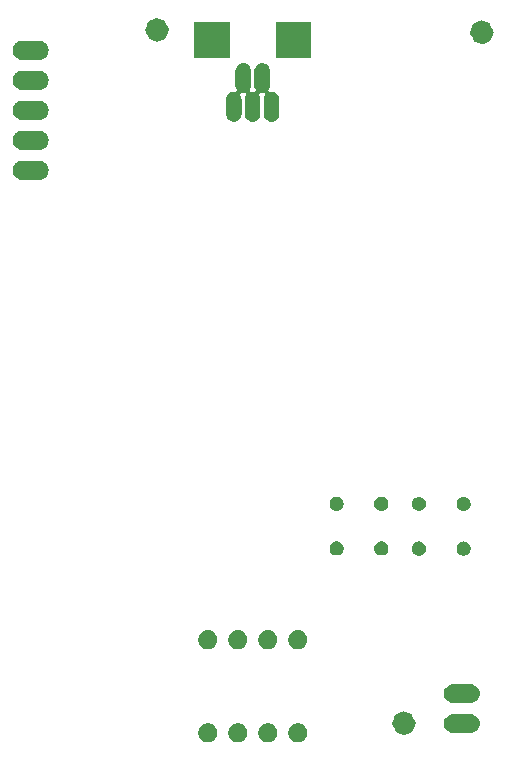
<source format=gbr>
G04 #@! TF.GenerationSoftware,KiCad,Pcbnew,(5.1.6)-1*
G04 #@! TF.CreationDate,2021-03-08T10:10:15+01:00*
G04 #@! TF.ProjectId,P_sensor v10.0,505f7365-6e73-46f7-9220-7631302e302e,rev?*
G04 #@! TF.SameCoordinates,Original*
G04 #@! TF.FileFunction,Soldermask,Bot*
G04 #@! TF.FilePolarity,Negative*
%FSLAX46Y46*%
G04 Gerber Fmt 4.6, Leading zero omitted, Abs format (unit mm)*
G04 Created by KiCad (PCBNEW (5.1.6)-1) date 2021-03-08 10:10:15*
%MOMM*%
%LPD*%
G01*
G04 APERTURE LIST*
%ADD10C,1.000000*%
%ADD11C,0.100000*%
G04 APERTURE END LIST*
D10*
X185601100Y-103103600D02*
G75*
G03*
X185601100Y-103103600I-500000J0D01*
G01*
X164701100Y-44403600D02*
G75*
G03*
X164701100Y-44403600I-500000J0D01*
G01*
X192201100Y-44603600D02*
G75*
G03*
X192201100Y-44603600I-500000J0D01*
G01*
D11*
G36*
X171209173Y-103108910D02*
G01*
X171287444Y-103124479D01*
X171348522Y-103149778D01*
X171434900Y-103185557D01*
X171434901Y-103185558D01*
X171567610Y-103274231D01*
X171680469Y-103387090D01*
X171680470Y-103387092D01*
X171769143Y-103519800D01*
X171830221Y-103667257D01*
X171861359Y-103823796D01*
X171861359Y-103983404D01*
X171830221Y-104139943D01*
X171769143Y-104287400D01*
X171769142Y-104287401D01*
X171680469Y-104420110D01*
X171567610Y-104532969D01*
X171500804Y-104577607D01*
X171434900Y-104621643D01*
X171348522Y-104657422D01*
X171287444Y-104682721D01*
X171209173Y-104698290D01*
X171130904Y-104713859D01*
X170971296Y-104713859D01*
X170814756Y-104682721D01*
X170753678Y-104657422D01*
X170667300Y-104621643D01*
X170601396Y-104577607D01*
X170534590Y-104532969D01*
X170421731Y-104420110D01*
X170333058Y-104287401D01*
X170333057Y-104287400D01*
X170271979Y-104139943D01*
X170240841Y-103983404D01*
X170240841Y-103823796D01*
X170271979Y-103667257D01*
X170333057Y-103519800D01*
X170421730Y-103387092D01*
X170421731Y-103387090D01*
X170534590Y-103274231D01*
X170667299Y-103185558D01*
X170667300Y-103185557D01*
X170753678Y-103149778D01*
X170814756Y-103124479D01*
X170893027Y-103108910D01*
X170971296Y-103093341D01*
X171130904Y-103093341D01*
X171209173Y-103108910D01*
G37*
G36*
X173749173Y-103108910D02*
G01*
X173827444Y-103124479D01*
X173888522Y-103149778D01*
X173974900Y-103185557D01*
X173974901Y-103185558D01*
X174107610Y-103274231D01*
X174220469Y-103387090D01*
X174220470Y-103387092D01*
X174309143Y-103519800D01*
X174370221Y-103667257D01*
X174401359Y-103823796D01*
X174401359Y-103983404D01*
X174370221Y-104139943D01*
X174309143Y-104287400D01*
X174309142Y-104287401D01*
X174220469Y-104420110D01*
X174107610Y-104532969D01*
X174040804Y-104577607D01*
X173974900Y-104621643D01*
X173888522Y-104657422D01*
X173827444Y-104682721D01*
X173749173Y-104698290D01*
X173670904Y-104713859D01*
X173511296Y-104713859D01*
X173354756Y-104682721D01*
X173293678Y-104657422D01*
X173207300Y-104621643D01*
X173141396Y-104577607D01*
X173074590Y-104532969D01*
X172961731Y-104420110D01*
X172873058Y-104287401D01*
X172873057Y-104287400D01*
X172811979Y-104139943D01*
X172780841Y-103983404D01*
X172780841Y-103823796D01*
X172811979Y-103667257D01*
X172873057Y-103519800D01*
X172961730Y-103387092D01*
X172961731Y-103387090D01*
X173074590Y-103274231D01*
X173207299Y-103185558D01*
X173207300Y-103185557D01*
X173293678Y-103149778D01*
X173354756Y-103124479D01*
X173433027Y-103108910D01*
X173511296Y-103093341D01*
X173670904Y-103093341D01*
X173749173Y-103108910D01*
G37*
G36*
X176289173Y-103108910D02*
G01*
X176367444Y-103124479D01*
X176428522Y-103149778D01*
X176514900Y-103185557D01*
X176514901Y-103185558D01*
X176647610Y-103274231D01*
X176760469Y-103387090D01*
X176760470Y-103387092D01*
X176849143Y-103519800D01*
X176910221Y-103667257D01*
X176941359Y-103823796D01*
X176941359Y-103983404D01*
X176910221Y-104139943D01*
X176849143Y-104287400D01*
X176849142Y-104287401D01*
X176760469Y-104420110D01*
X176647610Y-104532969D01*
X176580804Y-104577607D01*
X176514900Y-104621643D01*
X176428522Y-104657422D01*
X176367444Y-104682721D01*
X176289173Y-104698290D01*
X176210904Y-104713859D01*
X176051296Y-104713859D01*
X175894756Y-104682721D01*
X175833678Y-104657422D01*
X175747300Y-104621643D01*
X175681396Y-104577607D01*
X175614590Y-104532969D01*
X175501731Y-104420110D01*
X175413058Y-104287401D01*
X175413057Y-104287400D01*
X175351979Y-104139943D01*
X175320841Y-103983404D01*
X175320841Y-103823796D01*
X175351979Y-103667257D01*
X175413057Y-103519800D01*
X175501730Y-103387092D01*
X175501731Y-103387090D01*
X175614590Y-103274231D01*
X175747299Y-103185558D01*
X175747300Y-103185557D01*
X175833678Y-103149778D01*
X175894756Y-103124479D01*
X175973027Y-103108910D01*
X176051296Y-103093341D01*
X176210904Y-103093341D01*
X176289173Y-103108910D01*
G37*
G36*
X168669173Y-103108910D02*
G01*
X168747444Y-103124479D01*
X168808522Y-103149778D01*
X168894900Y-103185557D01*
X168894901Y-103185558D01*
X169027610Y-103274231D01*
X169140469Y-103387090D01*
X169140470Y-103387092D01*
X169229143Y-103519800D01*
X169290221Y-103667257D01*
X169321359Y-103823796D01*
X169321359Y-103983404D01*
X169290221Y-104139943D01*
X169229143Y-104287400D01*
X169229142Y-104287401D01*
X169140469Y-104420110D01*
X169027610Y-104532969D01*
X168960804Y-104577607D01*
X168894900Y-104621643D01*
X168808522Y-104657422D01*
X168747444Y-104682721D01*
X168669173Y-104698290D01*
X168590904Y-104713859D01*
X168431296Y-104713859D01*
X168274756Y-104682721D01*
X168213678Y-104657422D01*
X168127300Y-104621643D01*
X168061396Y-104577607D01*
X167994590Y-104532969D01*
X167881731Y-104420110D01*
X167793058Y-104287401D01*
X167793057Y-104287400D01*
X167731979Y-104139943D01*
X167700841Y-103983404D01*
X167700841Y-103823796D01*
X167731979Y-103667257D01*
X167793057Y-103519800D01*
X167881730Y-103387092D01*
X167881731Y-103387090D01*
X167994590Y-103274231D01*
X168127299Y-103185558D01*
X168127300Y-103185557D01*
X168213678Y-103149778D01*
X168274756Y-103124479D01*
X168353027Y-103108910D01*
X168431296Y-103093341D01*
X168590904Y-103093341D01*
X168669173Y-103108910D01*
G37*
G36*
X190868597Y-102325065D02*
G01*
X191021332Y-102371397D01*
X191162093Y-102446635D01*
X191194232Y-102473011D01*
X191285471Y-102547888D01*
X191360348Y-102639127D01*
X191386724Y-102671266D01*
X191461962Y-102812027D01*
X191508294Y-102964762D01*
X191523938Y-103123600D01*
X191508294Y-103282438D01*
X191461962Y-103435173D01*
X191386724Y-103575934D01*
X191360348Y-103608073D01*
X191285471Y-103699312D01*
X191194232Y-103774189D01*
X191162093Y-103800565D01*
X191021332Y-103875803D01*
X190868597Y-103922135D01*
X190809078Y-103927997D01*
X190749561Y-103933859D01*
X189252639Y-103933859D01*
X189133603Y-103922135D01*
X188980868Y-103875803D01*
X188840107Y-103800565D01*
X188807968Y-103774189D01*
X188716729Y-103699312D01*
X188641852Y-103608073D01*
X188615476Y-103575934D01*
X188540238Y-103435173D01*
X188493906Y-103282438D01*
X188478262Y-103123600D01*
X188493906Y-102964762D01*
X188540238Y-102812027D01*
X188615476Y-102671266D01*
X188641852Y-102639127D01*
X188716729Y-102547888D01*
X188807968Y-102473011D01*
X188840107Y-102446635D01*
X188980868Y-102371397D01*
X189133603Y-102325065D01*
X189252639Y-102313341D01*
X190749561Y-102313341D01*
X190868597Y-102325065D01*
G37*
G36*
X190809078Y-99779203D02*
G01*
X190868597Y-99785065D01*
X191021332Y-99831397D01*
X191162093Y-99906635D01*
X191194232Y-99933011D01*
X191285471Y-100007888D01*
X191360348Y-100099127D01*
X191386724Y-100131266D01*
X191461962Y-100272027D01*
X191508294Y-100424762D01*
X191523938Y-100583600D01*
X191508294Y-100742438D01*
X191461962Y-100895173D01*
X191386724Y-101035934D01*
X191360348Y-101068073D01*
X191285471Y-101159312D01*
X191194232Y-101234189D01*
X191162093Y-101260565D01*
X191021332Y-101335803D01*
X190868597Y-101382135D01*
X190809078Y-101387997D01*
X190749561Y-101393859D01*
X189252639Y-101393859D01*
X189193122Y-101387997D01*
X189133603Y-101382135D01*
X188980868Y-101335803D01*
X188840107Y-101260565D01*
X188807968Y-101234189D01*
X188716729Y-101159312D01*
X188641852Y-101068073D01*
X188615476Y-101035934D01*
X188540238Y-100895173D01*
X188493906Y-100742438D01*
X188478262Y-100583600D01*
X188493906Y-100424762D01*
X188540238Y-100272027D01*
X188615476Y-100131266D01*
X188641852Y-100099127D01*
X188716729Y-100007888D01*
X188807968Y-99933011D01*
X188840107Y-99906635D01*
X188980868Y-99831397D01*
X189133603Y-99785065D01*
X189252639Y-99773341D01*
X190749561Y-99773341D01*
X190809078Y-99779203D01*
G37*
G36*
X168747444Y-95244479D02*
G01*
X168808522Y-95269778D01*
X168894900Y-95305557D01*
X168894901Y-95305558D01*
X169027610Y-95394231D01*
X169140469Y-95507090D01*
X169140470Y-95507092D01*
X169229143Y-95639800D01*
X169290221Y-95787257D01*
X169321359Y-95943796D01*
X169321359Y-96103404D01*
X169290221Y-96259943D01*
X169229143Y-96407400D01*
X169229142Y-96407401D01*
X169140469Y-96540110D01*
X169027610Y-96652969D01*
X168960804Y-96697607D01*
X168894900Y-96741643D01*
X168808522Y-96777422D01*
X168747444Y-96802721D01*
X168669173Y-96818290D01*
X168590904Y-96833859D01*
X168431296Y-96833859D01*
X168353027Y-96818290D01*
X168274756Y-96802721D01*
X168213678Y-96777422D01*
X168127300Y-96741643D01*
X168061396Y-96697607D01*
X167994590Y-96652969D01*
X167881731Y-96540110D01*
X167793058Y-96407401D01*
X167793057Y-96407400D01*
X167731979Y-96259943D01*
X167700841Y-96103404D01*
X167700841Y-95943796D01*
X167731979Y-95787257D01*
X167793057Y-95639800D01*
X167881730Y-95507092D01*
X167881731Y-95507090D01*
X167994590Y-95394231D01*
X168127299Y-95305558D01*
X168127300Y-95305557D01*
X168213678Y-95269778D01*
X168274756Y-95244479D01*
X168431296Y-95213341D01*
X168590904Y-95213341D01*
X168747444Y-95244479D01*
G37*
G36*
X171287444Y-95244479D02*
G01*
X171348522Y-95269778D01*
X171434900Y-95305557D01*
X171434901Y-95305558D01*
X171567610Y-95394231D01*
X171680469Y-95507090D01*
X171680470Y-95507092D01*
X171769143Y-95639800D01*
X171830221Y-95787257D01*
X171861359Y-95943796D01*
X171861359Y-96103404D01*
X171830221Y-96259943D01*
X171769143Y-96407400D01*
X171769142Y-96407401D01*
X171680469Y-96540110D01*
X171567610Y-96652969D01*
X171500804Y-96697607D01*
X171434900Y-96741643D01*
X171348522Y-96777422D01*
X171287444Y-96802721D01*
X171209173Y-96818290D01*
X171130904Y-96833859D01*
X170971296Y-96833859D01*
X170893027Y-96818290D01*
X170814756Y-96802721D01*
X170753678Y-96777422D01*
X170667300Y-96741643D01*
X170601396Y-96697607D01*
X170534590Y-96652969D01*
X170421731Y-96540110D01*
X170333058Y-96407401D01*
X170333057Y-96407400D01*
X170271979Y-96259943D01*
X170240841Y-96103404D01*
X170240841Y-95943796D01*
X170271979Y-95787257D01*
X170333057Y-95639800D01*
X170421730Y-95507092D01*
X170421731Y-95507090D01*
X170534590Y-95394231D01*
X170667299Y-95305558D01*
X170667300Y-95305557D01*
X170753678Y-95269778D01*
X170814756Y-95244479D01*
X170971296Y-95213341D01*
X171130904Y-95213341D01*
X171287444Y-95244479D01*
G37*
G36*
X173827444Y-95244479D02*
G01*
X173888522Y-95269778D01*
X173974900Y-95305557D01*
X173974901Y-95305558D01*
X174107610Y-95394231D01*
X174220469Y-95507090D01*
X174220470Y-95507092D01*
X174309143Y-95639800D01*
X174370221Y-95787257D01*
X174401359Y-95943796D01*
X174401359Y-96103404D01*
X174370221Y-96259943D01*
X174309143Y-96407400D01*
X174309142Y-96407401D01*
X174220469Y-96540110D01*
X174107610Y-96652969D01*
X174040804Y-96697607D01*
X173974900Y-96741643D01*
X173888522Y-96777422D01*
X173827444Y-96802721D01*
X173749173Y-96818290D01*
X173670904Y-96833859D01*
X173511296Y-96833859D01*
X173433027Y-96818290D01*
X173354756Y-96802721D01*
X173293678Y-96777422D01*
X173207300Y-96741643D01*
X173141396Y-96697607D01*
X173074590Y-96652969D01*
X172961731Y-96540110D01*
X172873058Y-96407401D01*
X172873057Y-96407400D01*
X172811979Y-96259943D01*
X172780841Y-96103404D01*
X172780841Y-95943796D01*
X172811979Y-95787257D01*
X172873057Y-95639800D01*
X172961730Y-95507092D01*
X172961731Y-95507090D01*
X173074590Y-95394231D01*
X173207299Y-95305558D01*
X173207300Y-95305557D01*
X173293678Y-95269778D01*
X173354756Y-95244479D01*
X173511296Y-95213341D01*
X173670904Y-95213341D01*
X173827444Y-95244479D01*
G37*
G36*
X176367444Y-95244479D02*
G01*
X176428522Y-95269778D01*
X176514900Y-95305557D01*
X176514901Y-95305558D01*
X176647610Y-95394231D01*
X176760469Y-95507090D01*
X176760470Y-95507092D01*
X176849143Y-95639800D01*
X176910221Y-95787257D01*
X176941359Y-95943796D01*
X176941359Y-96103404D01*
X176910221Y-96259943D01*
X176849143Y-96407400D01*
X176849142Y-96407401D01*
X176760469Y-96540110D01*
X176647610Y-96652969D01*
X176580804Y-96697607D01*
X176514900Y-96741643D01*
X176428522Y-96777422D01*
X176367444Y-96802721D01*
X176289173Y-96818290D01*
X176210904Y-96833859D01*
X176051296Y-96833859D01*
X175973027Y-96818290D01*
X175894756Y-96802721D01*
X175833678Y-96777422D01*
X175747300Y-96741643D01*
X175681396Y-96697607D01*
X175614590Y-96652969D01*
X175501731Y-96540110D01*
X175413058Y-96407401D01*
X175413057Y-96407400D01*
X175351979Y-96259943D01*
X175320841Y-96103404D01*
X175320841Y-95943796D01*
X175351979Y-95787257D01*
X175413057Y-95639800D01*
X175501730Y-95507092D01*
X175501731Y-95507090D01*
X175614590Y-95394231D01*
X175747299Y-95305558D01*
X175747300Y-95305557D01*
X175833678Y-95269778D01*
X175894756Y-95244479D01*
X176051296Y-95213341D01*
X176210904Y-95213341D01*
X176367444Y-95244479D01*
G37*
G36*
X190297701Y-87717997D02*
G01*
X190336405Y-87725696D01*
X190368440Y-87738965D01*
X190445780Y-87771000D01*
X190544215Y-87836773D01*
X190627927Y-87920485D01*
X190693700Y-88018920D01*
X190739004Y-88128296D01*
X190762100Y-88244405D01*
X190762100Y-88362795D01*
X190739004Y-88478904D01*
X190693700Y-88588280D01*
X190627927Y-88686715D01*
X190544215Y-88770427D01*
X190445780Y-88836200D01*
X190368440Y-88868235D01*
X190336405Y-88881504D01*
X190297701Y-88889203D01*
X190220295Y-88904600D01*
X190101905Y-88904600D01*
X190024499Y-88889203D01*
X189985795Y-88881504D01*
X189953760Y-88868235D01*
X189876420Y-88836200D01*
X189777985Y-88770427D01*
X189694273Y-88686715D01*
X189628500Y-88588280D01*
X189583196Y-88478904D01*
X189560100Y-88362795D01*
X189560100Y-88244405D01*
X189583196Y-88128296D01*
X189628500Y-88018920D01*
X189694273Y-87920485D01*
X189777985Y-87836773D01*
X189876420Y-87771000D01*
X189953760Y-87738965D01*
X189985795Y-87725696D01*
X190024499Y-87717997D01*
X190101905Y-87702600D01*
X190220295Y-87702600D01*
X190297701Y-87717997D01*
G37*
G36*
X186517701Y-87717997D02*
G01*
X186556405Y-87725696D01*
X186588440Y-87738965D01*
X186665780Y-87771000D01*
X186764215Y-87836773D01*
X186847927Y-87920485D01*
X186913700Y-88018920D01*
X186959004Y-88128296D01*
X186982100Y-88244405D01*
X186982100Y-88362795D01*
X186959004Y-88478904D01*
X186913700Y-88588280D01*
X186847927Y-88686715D01*
X186764215Y-88770427D01*
X186665780Y-88836200D01*
X186588440Y-88868235D01*
X186556405Y-88881504D01*
X186517701Y-88889203D01*
X186440295Y-88904600D01*
X186321905Y-88904600D01*
X186244499Y-88889203D01*
X186205795Y-88881504D01*
X186173760Y-88868235D01*
X186096420Y-88836200D01*
X185997985Y-88770427D01*
X185914273Y-88686715D01*
X185848500Y-88588280D01*
X185803196Y-88478904D01*
X185780100Y-88362795D01*
X185780100Y-88244405D01*
X185803196Y-88128296D01*
X185848500Y-88018920D01*
X185914273Y-87920485D01*
X185997985Y-87836773D01*
X186096420Y-87771000D01*
X186173760Y-87738965D01*
X186205795Y-87725696D01*
X186244499Y-87717997D01*
X186321905Y-87702600D01*
X186440295Y-87702600D01*
X186517701Y-87717997D01*
G37*
G36*
X183300567Y-87702600D02*
G01*
X183366405Y-87715696D01*
X183390547Y-87725696D01*
X183475780Y-87761000D01*
X183574215Y-87826773D01*
X183657927Y-87910485D01*
X183723700Y-88008920D01*
X183769004Y-88118296D01*
X183792100Y-88234405D01*
X183792100Y-88352795D01*
X183769004Y-88468904D01*
X183723700Y-88578280D01*
X183657927Y-88676715D01*
X183574215Y-88760427D01*
X183475780Y-88826200D01*
X183398440Y-88858235D01*
X183366405Y-88871504D01*
X183327701Y-88879203D01*
X183250295Y-88894600D01*
X183131905Y-88894600D01*
X183054499Y-88879203D01*
X183015795Y-88871504D01*
X182983760Y-88858235D01*
X182906420Y-88826200D01*
X182807985Y-88760427D01*
X182724273Y-88676715D01*
X182658500Y-88578280D01*
X182613196Y-88468904D01*
X182590100Y-88352795D01*
X182590100Y-88234405D01*
X182613196Y-88118296D01*
X182658500Y-88008920D01*
X182724273Y-87910485D01*
X182807985Y-87826773D01*
X182906420Y-87761000D01*
X182991653Y-87725696D01*
X183015795Y-87715696D01*
X183081633Y-87702600D01*
X183131905Y-87692600D01*
X183250295Y-87692600D01*
X183300567Y-87702600D01*
G37*
G36*
X179520567Y-87702600D02*
G01*
X179586405Y-87715696D01*
X179610547Y-87725696D01*
X179695780Y-87761000D01*
X179794215Y-87826773D01*
X179877927Y-87910485D01*
X179943700Y-88008920D01*
X179989004Y-88118296D01*
X180012100Y-88234405D01*
X180012100Y-88352795D01*
X179989004Y-88468904D01*
X179943700Y-88578280D01*
X179877927Y-88676715D01*
X179794215Y-88760427D01*
X179695780Y-88826200D01*
X179618440Y-88858235D01*
X179586405Y-88871504D01*
X179547701Y-88879203D01*
X179470295Y-88894600D01*
X179351905Y-88894600D01*
X179274499Y-88879203D01*
X179235795Y-88871504D01*
X179203760Y-88858235D01*
X179126420Y-88826200D01*
X179027985Y-88760427D01*
X178944273Y-88676715D01*
X178878500Y-88578280D01*
X178833196Y-88468904D01*
X178810100Y-88352795D01*
X178810100Y-88234405D01*
X178833196Y-88118296D01*
X178878500Y-88008920D01*
X178944273Y-87910485D01*
X179027985Y-87826773D01*
X179126420Y-87761000D01*
X179211653Y-87725696D01*
X179235795Y-87715696D01*
X179301633Y-87702600D01*
X179351905Y-87692600D01*
X179470295Y-87692600D01*
X179520567Y-87702600D01*
G37*
G36*
X190297701Y-83937997D02*
G01*
X190336405Y-83945696D01*
X190368440Y-83958965D01*
X190445780Y-83991000D01*
X190544215Y-84056773D01*
X190627927Y-84140485D01*
X190693700Y-84238920D01*
X190739004Y-84348296D01*
X190762100Y-84464405D01*
X190762100Y-84582795D01*
X190739004Y-84698904D01*
X190693700Y-84808280D01*
X190627927Y-84906715D01*
X190544215Y-84990427D01*
X190445780Y-85056200D01*
X190368440Y-85088235D01*
X190336405Y-85101504D01*
X190297701Y-85109203D01*
X190220295Y-85124600D01*
X190101905Y-85124600D01*
X190024499Y-85109203D01*
X189985795Y-85101504D01*
X189953760Y-85088235D01*
X189876420Y-85056200D01*
X189777985Y-84990427D01*
X189694273Y-84906715D01*
X189628500Y-84808280D01*
X189583196Y-84698904D01*
X189560100Y-84582795D01*
X189560100Y-84464405D01*
X189583196Y-84348296D01*
X189628500Y-84238920D01*
X189694273Y-84140485D01*
X189777985Y-84056773D01*
X189876420Y-83991000D01*
X189953760Y-83958965D01*
X189985795Y-83945696D01*
X190024499Y-83937997D01*
X190101905Y-83922600D01*
X190220295Y-83922600D01*
X190297701Y-83937997D01*
G37*
G36*
X186517701Y-83937997D02*
G01*
X186556405Y-83945696D01*
X186588440Y-83958965D01*
X186665780Y-83991000D01*
X186764215Y-84056773D01*
X186847927Y-84140485D01*
X186913700Y-84238920D01*
X186959004Y-84348296D01*
X186982100Y-84464405D01*
X186982100Y-84582795D01*
X186959004Y-84698904D01*
X186913700Y-84808280D01*
X186847927Y-84906715D01*
X186764215Y-84990427D01*
X186665780Y-85056200D01*
X186588440Y-85088235D01*
X186556405Y-85101504D01*
X186517701Y-85109203D01*
X186440295Y-85124600D01*
X186321905Y-85124600D01*
X186244499Y-85109203D01*
X186205795Y-85101504D01*
X186173760Y-85088235D01*
X186096420Y-85056200D01*
X185997985Y-84990427D01*
X185914273Y-84906715D01*
X185848500Y-84808280D01*
X185803196Y-84698904D01*
X185780100Y-84582795D01*
X185780100Y-84464405D01*
X185803196Y-84348296D01*
X185848500Y-84238920D01*
X185914273Y-84140485D01*
X185997985Y-84056773D01*
X186096420Y-83991000D01*
X186173760Y-83958965D01*
X186205795Y-83945696D01*
X186244499Y-83937997D01*
X186321905Y-83922600D01*
X186440295Y-83922600D01*
X186517701Y-83937997D01*
G37*
G36*
X179520567Y-83922600D02*
G01*
X179586405Y-83935696D01*
X179610547Y-83945696D01*
X179695780Y-83981000D01*
X179794215Y-84046773D01*
X179877927Y-84130485D01*
X179943700Y-84228920D01*
X179989004Y-84338296D01*
X180012100Y-84454405D01*
X180012100Y-84572795D01*
X179989004Y-84688904D01*
X179943700Y-84798280D01*
X179877927Y-84896715D01*
X179794215Y-84980427D01*
X179695780Y-85046200D01*
X179618440Y-85078235D01*
X179586405Y-85091504D01*
X179547701Y-85099203D01*
X179470295Y-85114600D01*
X179351905Y-85114600D01*
X179274499Y-85099203D01*
X179235795Y-85091504D01*
X179203760Y-85078235D01*
X179126420Y-85046200D01*
X179027985Y-84980427D01*
X178944273Y-84896715D01*
X178878500Y-84798280D01*
X178833196Y-84688904D01*
X178810100Y-84572795D01*
X178810100Y-84454405D01*
X178833196Y-84338296D01*
X178878500Y-84228920D01*
X178944273Y-84130485D01*
X179027985Y-84046773D01*
X179126420Y-83981000D01*
X179211653Y-83945696D01*
X179235795Y-83935696D01*
X179301633Y-83922600D01*
X179351905Y-83912600D01*
X179470295Y-83912600D01*
X179520567Y-83922600D01*
G37*
G36*
X183300567Y-83922600D02*
G01*
X183366405Y-83935696D01*
X183390547Y-83945696D01*
X183475780Y-83981000D01*
X183574215Y-84046773D01*
X183657927Y-84130485D01*
X183723700Y-84228920D01*
X183769004Y-84338296D01*
X183792100Y-84454405D01*
X183792100Y-84572795D01*
X183769004Y-84688904D01*
X183723700Y-84798280D01*
X183657927Y-84896715D01*
X183574215Y-84980427D01*
X183475780Y-85046200D01*
X183398440Y-85078235D01*
X183366405Y-85091504D01*
X183327701Y-85099203D01*
X183250295Y-85114600D01*
X183131905Y-85114600D01*
X183054499Y-85099203D01*
X183015795Y-85091504D01*
X182983760Y-85078235D01*
X182906420Y-85046200D01*
X182807985Y-84980427D01*
X182724273Y-84896715D01*
X182658500Y-84798280D01*
X182613196Y-84688904D01*
X182590100Y-84572795D01*
X182590100Y-84454405D01*
X182613196Y-84338296D01*
X182658500Y-84228920D01*
X182724273Y-84130485D01*
X182807985Y-84046773D01*
X182906420Y-83981000D01*
X182991653Y-83945696D01*
X183015795Y-83935696D01*
X183081633Y-83922600D01*
X183131905Y-83912600D01*
X183250295Y-83912600D01*
X183300567Y-83922600D01*
G37*
G36*
X154309078Y-55479203D02*
G01*
X154368597Y-55485065D01*
X154521332Y-55531397D01*
X154662093Y-55606635D01*
X154694232Y-55633011D01*
X154785471Y-55707888D01*
X154860348Y-55799127D01*
X154886724Y-55831266D01*
X154961962Y-55972027D01*
X155008294Y-56124762D01*
X155023938Y-56283600D01*
X155008294Y-56442438D01*
X154961962Y-56595173D01*
X154886724Y-56735934D01*
X154860348Y-56768073D01*
X154785471Y-56859312D01*
X154694232Y-56934189D01*
X154662093Y-56960565D01*
X154521332Y-57035803D01*
X154368597Y-57082135D01*
X154249561Y-57093859D01*
X152752639Y-57093859D01*
X152633603Y-57082135D01*
X152480868Y-57035803D01*
X152340107Y-56960565D01*
X152307968Y-56934189D01*
X152216729Y-56859312D01*
X152141852Y-56768073D01*
X152115476Y-56735934D01*
X152040238Y-56595173D01*
X151993906Y-56442438D01*
X151978262Y-56283600D01*
X151993906Y-56124762D01*
X152040238Y-55972027D01*
X152115476Y-55831266D01*
X152141852Y-55799127D01*
X152216729Y-55707888D01*
X152307968Y-55633011D01*
X152340107Y-55606635D01*
X152480868Y-55531397D01*
X152633603Y-55485065D01*
X152693122Y-55479203D01*
X152752639Y-55473341D01*
X154249561Y-55473341D01*
X154309078Y-55479203D01*
G37*
G36*
X154309078Y-52939203D02*
G01*
X154368597Y-52945065D01*
X154521332Y-52991397D01*
X154662093Y-53066635D01*
X154694232Y-53093011D01*
X154785471Y-53167888D01*
X154860348Y-53259127D01*
X154886724Y-53291266D01*
X154961962Y-53432027D01*
X155008294Y-53584762D01*
X155023938Y-53743600D01*
X155008294Y-53902438D01*
X154961962Y-54055173D01*
X154886724Y-54195934D01*
X154860348Y-54228073D01*
X154785471Y-54319312D01*
X154694232Y-54394189D01*
X154662093Y-54420565D01*
X154521332Y-54495803D01*
X154368597Y-54542135D01*
X154309078Y-54547997D01*
X154249561Y-54553859D01*
X152752639Y-54553859D01*
X152693122Y-54547997D01*
X152633603Y-54542135D01*
X152480868Y-54495803D01*
X152340107Y-54420565D01*
X152307968Y-54394189D01*
X152216729Y-54319312D01*
X152141852Y-54228073D01*
X152115476Y-54195934D01*
X152040238Y-54055173D01*
X151993906Y-53902438D01*
X151978262Y-53743600D01*
X151993906Y-53584762D01*
X152040238Y-53432027D01*
X152115476Y-53291266D01*
X152141852Y-53259127D01*
X152216729Y-53167888D01*
X152307968Y-53093011D01*
X152340107Y-53066635D01*
X152480868Y-52991397D01*
X152633603Y-52945065D01*
X152693122Y-52939203D01*
X152752639Y-52933341D01*
X154249561Y-52933341D01*
X154309078Y-52939203D01*
G37*
G36*
X173227058Y-47218878D02*
G01*
X173289322Y-47237765D01*
X173351584Y-47256652D01*
X173351586Y-47256653D01*
X173466344Y-47317993D01*
X173566935Y-47400545D01*
X173649487Y-47501136D01*
X173710827Y-47615894D01*
X173748602Y-47740422D01*
X173758160Y-47837468D01*
X173758160Y-49121572D01*
X173748602Y-49218618D01*
X173710827Y-49343146D01*
X173652107Y-49453003D01*
X173642730Y-49475641D01*
X173637949Y-49499675D01*
X173637949Y-49524179D01*
X173642729Y-49548212D01*
X173652107Y-49570851D01*
X173665720Y-49591225D01*
X173683047Y-49608552D01*
X173703422Y-49622166D01*
X173726060Y-49631543D01*
X173750094Y-49636324D01*
X173774598Y-49636324D01*
X173897660Y-49624204D01*
X174027157Y-49636958D01*
X174089421Y-49655845D01*
X174151683Y-49674732D01*
X174151685Y-49674733D01*
X174266443Y-49736073D01*
X174278024Y-49745577D01*
X174367035Y-49818625D01*
X174415523Y-49877709D01*
X174449587Y-49919216D01*
X174510927Y-50033974D01*
X174548702Y-50158502D01*
X174558260Y-50255548D01*
X174558260Y-51539652D01*
X174548702Y-51636698D01*
X174510927Y-51761226D01*
X174449587Y-51875984D01*
X174367035Y-51976575D01*
X174266444Y-52059127D01*
X174151686Y-52120467D01*
X174151684Y-52120468D01*
X174089422Y-52139354D01*
X174027158Y-52158242D01*
X173897660Y-52170996D01*
X173768163Y-52158242D01*
X173705899Y-52139355D01*
X173643637Y-52120468D01*
X173643635Y-52120467D01*
X173528877Y-52059127D01*
X173428286Y-51976575D01*
X173345734Y-51875984D01*
X173284394Y-51761226D01*
X173246619Y-51636698D01*
X173237061Y-51539652D01*
X173237060Y-50255549D01*
X173246618Y-50158503D01*
X173284392Y-50033977D01*
X173343114Y-49924118D01*
X173352491Y-49901479D01*
X173357272Y-49877446D01*
X173357272Y-49852942D01*
X173352492Y-49828908D01*
X173343115Y-49806270D01*
X173329501Y-49785895D01*
X173312174Y-49768568D01*
X173291800Y-49754954D01*
X173269161Y-49745577D01*
X173245128Y-49740796D01*
X173220623Y-49740796D01*
X173097560Y-49752916D01*
X172977179Y-49741060D01*
X172952675Y-49741060D01*
X172928642Y-49745840D01*
X172906003Y-49755218D01*
X172885628Y-49768832D01*
X172868301Y-49786159D01*
X172854688Y-49806533D01*
X172845310Y-49829172D01*
X172840530Y-49853205D01*
X172840530Y-49877709D01*
X172845310Y-49901742D01*
X172854688Y-49924381D01*
X172913267Y-50033974D01*
X172951042Y-50158502D01*
X172960600Y-50255548D01*
X172960600Y-51539652D01*
X172951042Y-51636698D01*
X172913267Y-51761226D01*
X172851927Y-51875984D01*
X172769375Y-51976575D01*
X172668784Y-52059127D01*
X172554026Y-52120467D01*
X172554024Y-52120468D01*
X172491762Y-52139354D01*
X172429498Y-52158242D01*
X172300000Y-52170996D01*
X172170503Y-52158242D01*
X172108239Y-52139355D01*
X172045977Y-52120468D01*
X172045975Y-52120467D01*
X171931217Y-52059127D01*
X171830626Y-51976575D01*
X171748074Y-51875984D01*
X171686734Y-51761226D01*
X171648959Y-51636698D01*
X171639401Y-51539652D01*
X171639400Y-50255549D01*
X171648958Y-50158503D01*
X171686732Y-50033977D01*
X171745313Y-49924382D01*
X171754690Y-49901743D01*
X171759471Y-49877710D01*
X171759471Y-49853206D01*
X171754691Y-49829172D01*
X171745314Y-49806534D01*
X171731700Y-49786159D01*
X171714373Y-49768832D01*
X171693999Y-49755218D01*
X171671360Y-49745841D01*
X171647327Y-49741060D01*
X171622822Y-49741060D01*
X171502440Y-49752916D01*
X171379378Y-49740796D01*
X171354874Y-49740796D01*
X171330840Y-49745576D01*
X171308202Y-49754954D01*
X171287827Y-49768568D01*
X171270500Y-49785895D01*
X171256887Y-49806269D01*
X171247509Y-49828908D01*
X171242729Y-49852941D01*
X171242729Y-49877445D01*
X171247509Y-49901479D01*
X171256887Y-49924117D01*
X171315607Y-50033974D01*
X171353382Y-50158502D01*
X171362940Y-50255548D01*
X171362940Y-51539652D01*
X171353382Y-51636698D01*
X171315607Y-51761226D01*
X171254267Y-51875984D01*
X171171715Y-51976575D01*
X171071124Y-52059127D01*
X170956366Y-52120467D01*
X170956364Y-52120468D01*
X170894102Y-52139354D01*
X170831838Y-52158242D01*
X170702340Y-52170996D01*
X170572843Y-52158242D01*
X170510579Y-52139355D01*
X170448317Y-52120468D01*
X170448315Y-52120467D01*
X170333557Y-52059127D01*
X170232966Y-51976575D01*
X170150414Y-51875984D01*
X170089074Y-51761226D01*
X170051299Y-51636698D01*
X170041741Y-51539652D01*
X170041740Y-50255549D01*
X170051298Y-50158503D01*
X170089073Y-50033975D01*
X170150413Y-49919217D01*
X170164970Y-49901479D01*
X170232965Y-49818625D01*
X170333555Y-49736074D01*
X170333554Y-49736074D01*
X170333556Y-49736073D01*
X170448314Y-49674733D01*
X170448316Y-49674732D01*
X170510578Y-49655845D01*
X170572842Y-49636958D01*
X170702340Y-49624204D01*
X170825403Y-49636324D01*
X170849907Y-49636324D01*
X170873941Y-49631543D01*
X170896579Y-49622166D01*
X170916954Y-49608552D01*
X170934281Y-49591225D01*
X170947894Y-49570851D01*
X170957272Y-49548212D01*
X170962052Y-49524179D01*
X170962052Y-49499675D01*
X170957271Y-49475641D01*
X170947894Y-49453002D01*
X170889172Y-49343143D01*
X170851398Y-49218617D01*
X170841840Y-49121571D01*
X170841841Y-47837468D01*
X170851399Y-47740422D01*
X170889174Y-47615894D01*
X170950514Y-47501136D01*
X171033066Y-47400545D01*
X171133657Y-47317993D01*
X171248415Y-47256653D01*
X171248417Y-47256652D01*
X171310679Y-47237765D01*
X171372943Y-47218878D01*
X171502440Y-47206124D01*
X171631938Y-47218878D01*
X171694202Y-47237765D01*
X171756464Y-47256652D01*
X171756466Y-47256653D01*
X171871224Y-47317993D01*
X171971815Y-47400545D01*
X172054367Y-47501136D01*
X172115707Y-47615894D01*
X172153482Y-47740422D01*
X172163040Y-47837468D01*
X172163040Y-49121572D01*
X172153482Y-49218618D01*
X172115707Y-49343146D01*
X172057128Y-49452739D01*
X172047751Y-49475377D01*
X172042970Y-49499411D01*
X172042970Y-49523915D01*
X172047750Y-49547948D01*
X172057128Y-49570587D01*
X172070741Y-49590961D01*
X172088068Y-49608288D01*
X172108443Y-49621902D01*
X172131081Y-49631279D01*
X172155115Y-49636060D01*
X172179619Y-49636060D01*
X172300000Y-49624204D01*
X172420382Y-49636060D01*
X172444886Y-49636060D01*
X172468920Y-49631280D01*
X172491558Y-49621902D01*
X172511933Y-49608288D01*
X172529260Y-49590961D01*
X172542873Y-49570587D01*
X172552251Y-49547948D01*
X172557031Y-49523915D01*
X172557031Y-49499411D01*
X172552251Y-49475377D01*
X172542873Y-49452738D01*
X172484292Y-49343143D01*
X172446518Y-49218617D01*
X172436960Y-49121571D01*
X172436961Y-47837468D01*
X172446519Y-47740422D01*
X172484294Y-47615894D01*
X172545634Y-47501136D01*
X172628186Y-47400545D01*
X172728777Y-47317993D01*
X172843535Y-47256653D01*
X172843537Y-47256652D01*
X172905799Y-47237765D01*
X172968063Y-47218878D01*
X173097560Y-47206124D01*
X173227058Y-47218878D01*
G37*
G36*
X154309078Y-50399203D02*
G01*
X154368597Y-50405065D01*
X154521332Y-50451397D01*
X154662093Y-50526635D01*
X154694232Y-50553011D01*
X154785471Y-50627888D01*
X154860348Y-50719127D01*
X154886724Y-50751266D01*
X154961962Y-50892027D01*
X155008294Y-51044762D01*
X155023938Y-51203600D01*
X155008294Y-51362438D01*
X154961962Y-51515173D01*
X154886724Y-51655934D01*
X154860348Y-51688073D01*
X154785471Y-51779312D01*
X154694232Y-51854189D01*
X154662093Y-51880565D01*
X154521332Y-51955803D01*
X154368597Y-52002135D01*
X154309078Y-52007997D01*
X154249561Y-52013859D01*
X152752639Y-52013859D01*
X152693122Y-52007997D01*
X152633603Y-52002135D01*
X152480868Y-51955803D01*
X152340107Y-51880565D01*
X152307968Y-51854189D01*
X152216729Y-51779312D01*
X152141852Y-51688073D01*
X152115476Y-51655934D01*
X152040238Y-51515173D01*
X151993906Y-51362438D01*
X151978262Y-51203600D01*
X151993906Y-51044762D01*
X152040238Y-50892027D01*
X152115476Y-50751266D01*
X152141852Y-50719127D01*
X152216729Y-50627888D01*
X152307968Y-50553011D01*
X152340107Y-50526635D01*
X152480868Y-50451397D01*
X152633603Y-50405065D01*
X152693122Y-50399203D01*
X152752639Y-50393341D01*
X154249561Y-50393341D01*
X154309078Y-50399203D01*
G37*
G36*
X154368597Y-47865065D02*
G01*
X154521332Y-47911397D01*
X154662093Y-47986635D01*
X154694232Y-48013011D01*
X154785471Y-48087888D01*
X154860348Y-48179127D01*
X154886724Y-48211266D01*
X154961962Y-48352027D01*
X155008294Y-48504762D01*
X155023938Y-48663600D01*
X155008294Y-48822438D01*
X154961962Y-48975173D01*
X154886724Y-49115934D01*
X154860348Y-49148073D01*
X154785471Y-49239312D01*
X154694232Y-49314189D01*
X154662093Y-49340565D01*
X154521332Y-49415803D01*
X154368597Y-49462135D01*
X154249561Y-49473859D01*
X152752639Y-49473859D01*
X152633603Y-49462135D01*
X152480868Y-49415803D01*
X152340107Y-49340565D01*
X152307968Y-49314189D01*
X152216729Y-49239312D01*
X152141852Y-49148073D01*
X152115476Y-49115934D01*
X152040238Y-48975173D01*
X151993906Y-48822438D01*
X151978262Y-48663600D01*
X151993906Y-48504762D01*
X152040238Y-48352027D01*
X152115476Y-48211266D01*
X152141852Y-48179127D01*
X152216729Y-48087888D01*
X152307968Y-48013011D01*
X152340107Y-47986635D01*
X152480868Y-47911397D01*
X152633603Y-47865065D01*
X152752639Y-47853341D01*
X154249561Y-47853341D01*
X154368597Y-47865065D01*
G37*
G36*
X154309078Y-45319203D02*
G01*
X154368597Y-45325065D01*
X154521332Y-45371397D01*
X154662093Y-45446635D01*
X154694232Y-45473011D01*
X154785471Y-45547888D01*
X154860348Y-45639127D01*
X154886724Y-45671266D01*
X154961962Y-45812027D01*
X155008294Y-45964762D01*
X155023938Y-46123600D01*
X155008294Y-46282438D01*
X154961962Y-46435173D01*
X154886724Y-46575934D01*
X154860348Y-46608073D01*
X154785471Y-46699312D01*
X154694232Y-46774189D01*
X154662093Y-46800565D01*
X154521332Y-46875803D01*
X154368597Y-46922135D01*
X154249561Y-46933859D01*
X152752639Y-46933859D01*
X152633603Y-46922135D01*
X152480868Y-46875803D01*
X152340107Y-46800565D01*
X152307968Y-46774189D01*
X152216729Y-46699312D01*
X152141852Y-46608073D01*
X152115476Y-46575934D01*
X152040238Y-46435173D01*
X151993906Y-46282438D01*
X151978262Y-46123600D01*
X151993906Y-45964762D01*
X152040238Y-45812027D01*
X152115476Y-45671266D01*
X152141852Y-45639127D01*
X152216729Y-45547888D01*
X152307968Y-45473011D01*
X152340107Y-45446635D01*
X152480868Y-45371397D01*
X152633603Y-45325065D01*
X152693122Y-45319203D01*
X152752639Y-45313341D01*
X154249561Y-45313341D01*
X154309078Y-45319203D01*
G37*
G36*
X177248120Y-46737280D02*
G01*
X174250520Y-46737280D01*
X174250520Y-43739680D01*
X177248120Y-43739680D01*
X177248120Y-46737280D01*
G37*
G36*
X170349480Y-46737280D02*
G01*
X167351880Y-46737280D01*
X167351880Y-43739680D01*
X170349480Y-43739680D01*
X170349480Y-46737280D01*
G37*
M02*

</source>
